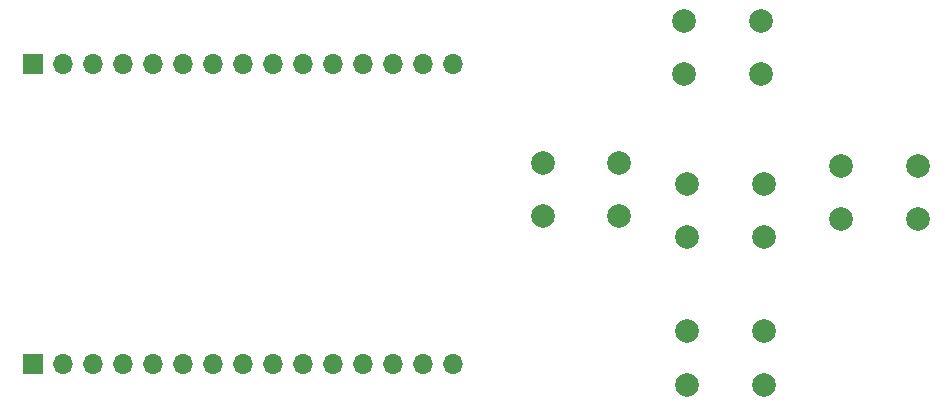
<source format=gbr>
%TF.GenerationSoftware,KiCad,Pcbnew,8.0.8*%
%TF.CreationDate,2025-06-12T22:03:48+05:30*%
%TF.ProjectId,Smart_Tic_Tac_Toe,536d6172-745f-4546-9963-5f5461635f54,rev?*%
%TF.SameCoordinates,Original*%
%TF.FileFunction,Soldermask,Bot*%
%TF.FilePolarity,Negative*%
%FSLAX46Y46*%
G04 Gerber Fmt 4.6, Leading zero omitted, Abs format (unit mm)*
G04 Created by KiCad (PCBNEW 8.0.8) date 2025-06-12 22:03:48*
%MOMM*%
%LPD*%
G01*
G04 APERTURE LIST*
%ADD10C,2.000000*%
%ADD11R,1.700000X1.700000*%
%ADD12O,1.700000X1.700000*%
G04 APERTURE END LIST*
D10*
%TO.C,SW1*%
X132070000Y-83410000D03*
X138570000Y-83410000D03*
X132070000Y-87910000D03*
X138570000Y-87910000D03*
%TD*%
%TO.C,SW2*%
X144070000Y-71410000D03*
X150570000Y-71410000D03*
X144070000Y-75910000D03*
X150570000Y-75910000D03*
%TD*%
D11*
%TO.C,J1*%
X88930000Y-100400000D03*
D12*
X91470000Y-100400000D03*
X94010000Y-100400000D03*
X96550000Y-100400000D03*
X99090000Y-100400000D03*
X101630000Y-100400000D03*
X104170000Y-100400000D03*
X106710000Y-100400000D03*
X109250000Y-100400000D03*
X111790000Y-100400000D03*
X114330000Y-100400000D03*
X116870000Y-100400000D03*
X119410000Y-100400000D03*
X121950000Y-100400000D03*
X124490000Y-100400000D03*
%TD*%
D10*
%TO.C,SW5*%
X144320000Y-85160000D03*
X150820000Y-85160000D03*
X144320000Y-89660000D03*
X150820000Y-89660000D03*
%TD*%
D11*
%TO.C,J2*%
X88900000Y-75000000D03*
D12*
X91440000Y-75000000D03*
X93980000Y-75000000D03*
X96520000Y-75000000D03*
X99060000Y-75000000D03*
X101600000Y-75000000D03*
X104140000Y-75000000D03*
X106680000Y-75000000D03*
X109220000Y-75000000D03*
X111760000Y-75000000D03*
X114300000Y-75000000D03*
X116840000Y-75000000D03*
X119380000Y-75000000D03*
X121920000Y-75000000D03*
X124460000Y-75000000D03*
%TD*%
D10*
%TO.C,SW4*%
X144320000Y-97660000D03*
X150820000Y-97660000D03*
X144320000Y-102160000D03*
X150820000Y-102160000D03*
%TD*%
%TO.C,SW3*%
X157320000Y-83660000D03*
X163820000Y-83660000D03*
X157320000Y-88160000D03*
X163820000Y-88160000D03*
%TD*%
M02*

</source>
